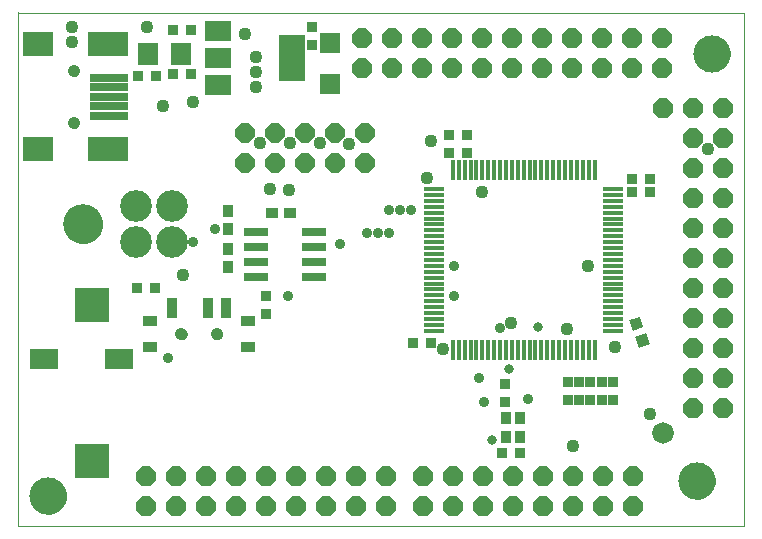
<source format=gts>
G75*
G70*
%OFA0B0*%
%FSLAX24Y24*%
%IPPOS*%
%LPD*%
%AMOC8*
5,1,8,0,0,1.08239X$1,22.5*
%
%ADD10C,0.0000*%
%ADD11C,0.1241*%
%ADD12R,0.0178X0.0690*%
%ADD13R,0.0690X0.0178*%
%ADD14R,0.0375X0.0375*%
%ADD15R,0.0375X0.0375*%
%ADD16R,0.0966X0.0690*%
%ADD17R,0.1044X0.0847*%
%ADD18R,0.1359X0.0847*%
%ADD19R,0.1280X0.0257*%
%ADD20C,0.0414*%
%ADD21R,0.1155X0.1155*%
%ADD22R,0.0850X0.0650*%
%ADD23R,0.0850X0.1560*%
%ADD24R,0.0840X0.0270*%
%ADD25C,0.1060*%
%ADD26C,0.1320*%
%ADD27OC8,0.0651*%
%ADD28OC8,0.0660*%
%ADD29R,0.0375X0.0414*%
%ADD30C,0.0720*%
%ADD31R,0.0651X0.0651*%
%ADD32R,0.0690X0.0769*%
%ADD33R,0.0454X0.0375*%
%ADD34R,0.0336X0.0651*%
%ADD35R,0.0414X0.0375*%
%ADD36C,0.0436*%
%ADD37C,0.0330*%
%ADD38C,0.0350*%
D10*
X000599Y000160D02*
X000599Y017278D01*
X000600Y017276D02*
X024780Y017276D01*
X024780Y000156D01*
X024779Y000160D02*
X000599Y000160D01*
X001008Y001160D02*
X001010Y001208D01*
X001016Y001256D01*
X001026Y001303D01*
X001039Y001349D01*
X001057Y001394D01*
X001077Y001438D01*
X001102Y001480D01*
X001130Y001519D01*
X001160Y001556D01*
X001194Y001590D01*
X001231Y001622D01*
X001269Y001651D01*
X001310Y001676D01*
X001353Y001698D01*
X001398Y001716D01*
X001444Y001730D01*
X001491Y001741D01*
X001539Y001748D01*
X001587Y001751D01*
X001635Y001750D01*
X001683Y001745D01*
X001731Y001736D01*
X001777Y001724D01*
X001822Y001707D01*
X001866Y001687D01*
X001908Y001664D01*
X001948Y001637D01*
X001986Y001607D01*
X002021Y001574D01*
X002053Y001538D01*
X002083Y001500D01*
X002109Y001459D01*
X002131Y001416D01*
X002151Y001372D01*
X002166Y001327D01*
X002178Y001280D01*
X002186Y001232D01*
X002190Y001184D01*
X002190Y001136D01*
X002186Y001088D01*
X002178Y001040D01*
X002166Y000993D01*
X002151Y000948D01*
X002131Y000904D01*
X002109Y000861D01*
X002083Y000820D01*
X002053Y000782D01*
X002021Y000746D01*
X001986Y000713D01*
X001948Y000683D01*
X001908Y000656D01*
X001866Y000633D01*
X001822Y000613D01*
X001777Y000596D01*
X001731Y000584D01*
X001683Y000575D01*
X001635Y000570D01*
X001587Y000569D01*
X001539Y000572D01*
X001491Y000579D01*
X001444Y000590D01*
X001398Y000604D01*
X001353Y000622D01*
X001310Y000644D01*
X001269Y000669D01*
X001231Y000698D01*
X001194Y000730D01*
X001160Y000764D01*
X001130Y000801D01*
X001102Y000840D01*
X001077Y000882D01*
X001057Y000926D01*
X001039Y000971D01*
X001026Y001017D01*
X001016Y001064D01*
X001010Y001112D01*
X001008Y001160D01*
X005861Y006558D02*
X005863Y006584D01*
X005869Y006610D01*
X005879Y006635D01*
X005892Y006658D01*
X005908Y006678D01*
X005928Y006696D01*
X005950Y006711D01*
X005973Y006723D01*
X005999Y006731D01*
X006025Y006735D01*
X006051Y006735D01*
X006077Y006731D01*
X006103Y006723D01*
X006127Y006711D01*
X006148Y006696D01*
X006168Y006678D01*
X006184Y006658D01*
X006197Y006635D01*
X006207Y006610D01*
X006213Y006584D01*
X006215Y006558D01*
X006213Y006532D01*
X006207Y006506D01*
X006197Y006481D01*
X006184Y006458D01*
X006168Y006438D01*
X006148Y006420D01*
X006126Y006405D01*
X006103Y006393D01*
X006077Y006385D01*
X006051Y006381D01*
X006025Y006381D01*
X005999Y006385D01*
X005973Y006393D01*
X005949Y006405D01*
X005928Y006420D01*
X005908Y006438D01*
X005892Y006458D01*
X005879Y006481D01*
X005869Y006506D01*
X005863Y006532D01*
X005861Y006558D01*
X007042Y006558D02*
X007044Y006584D01*
X007050Y006610D01*
X007060Y006635D01*
X007073Y006658D01*
X007089Y006678D01*
X007109Y006696D01*
X007131Y006711D01*
X007154Y006723D01*
X007180Y006731D01*
X007206Y006735D01*
X007232Y006735D01*
X007258Y006731D01*
X007284Y006723D01*
X007308Y006711D01*
X007329Y006696D01*
X007349Y006678D01*
X007365Y006658D01*
X007378Y006635D01*
X007388Y006610D01*
X007394Y006584D01*
X007396Y006558D01*
X007394Y006532D01*
X007388Y006506D01*
X007378Y006481D01*
X007365Y006458D01*
X007349Y006438D01*
X007329Y006420D01*
X007307Y006405D01*
X007284Y006393D01*
X007258Y006385D01*
X007232Y006381D01*
X007206Y006381D01*
X007180Y006385D01*
X007154Y006393D01*
X007130Y006405D01*
X007109Y006420D01*
X007089Y006438D01*
X007073Y006458D01*
X007060Y006481D01*
X007050Y006506D01*
X007044Y006532D01*
X007042Y006558D01*
X002135Y010223D02*
X002137Y010273D01*
X002143Y010323D01*
X002153Y010372D01*
X002167Y010420D01*
X002184Y010467D01*
X002205Y010512D01*
X002230Y010556D01*
X002258Y010597D01*
X002290Y010636D01*
X002324Y010673D01*
X002361Y010707D01*
X002401Y010737D01*
X002443Y010764D01*
X002487Y010788D01*
X002533Y010809D01*
X002580Y010825D01*
X002628Y010838D01*
X002678Y010847D01*
X002727Y010852D01*
X002778Y010853D01*
X002828Y010850D01*
X002877Y010843D01*
X002926Y010832D01*
X002974Y010817D01*
X003020Y010799D01*
X003065Y010777D01*
X003108Y010751D01*
X003149Y010722D01*
X003188Y010690D01*
X003224Y010655D01*
X003256Y010617D01*
X003286Y010577D01*
X003313Y010534D01*
X003336Y010490D01*
X003355Y010444D01*
X003371Y010396D01*
X003383Y010347D01*
X003391Y010298D01*
X003395Y010248D01*
X003395Y010198D01*
X003391Y010148D01*
X003383Y010099D01*
X003371Y010050D01*
X003355Y010002D01*
X003336Y009956D01*
X003313Y009912D01*
X003286Y009869D01*
X003256Y009829D01*
X003224Y009791D01*
X003188Y009756D01*
X003149Y009724D01*
X003108Y009695D01*
X003065Y009669D01*
X003020Y009647D01*
X002974Y009629D01*
X002926Y009614D01*
X002877Y009603D01*
X002828Y009596D01*
X002778Y009593D01*
X002727Y009594D01*
X002678Y009599D01*
X002628Y009608D01*
X002580Y009621D01*
X002533Y009637D01*
X002487Y009658D01*
X002443Y009682D01*
X002401Y009709D01*
X002361Y009739D01*
X002324Y009773D01*
X002290Y009810D01*
X002258Y009849D01*
X002230Y009890D01*
X002205Y009934D01*
X002184Y009979D01*
X002167Y010026D01*
X002153Y010074D01*
X002143Y010123D01*
X002137Y010173D01*
X002135Y010223D01*
X002273Y013602D02*
X002275Y013628D01*
X002281Y013654D01*
X002291Y013679D01*
X002304Y013702D01*
X002320Y013722D01*
X002340Y013740D01*
X002362Y013755D01*
X002385Y013767D01*
X002411Y013775D01*
X002437Y013779D01*
X002463Y013779D01*
X002489Y013775D01*
X002515Y013767D01*
X002539Y013755D01*
X002560Y013740D01*
X002580Y013722D01*
X002596Y013702D01*
X002609Y013679D01*
X002619Y013654D01*
X002625Y013628D01*
X002627Y013602D01*
X002625Y013576D01*
X002619Y013550D01*
X002609Y013525D01*
X002596Y013502D01*
X002580Y013482D01*
X002560Y013464D01*
X002538Y013449D01*
X002515Y013437D01*
X002489Y013429D01*
X002463Y013425D01*
X002437Y013425D01*
X002411Y013429D01*
X002385Y013437D01*
X002361Y013449D01*
X002340Y013464D01*
X002320Y013482D01*
X002304Y013502D01*
X002291Y013525D01*
X002281Y013550D01*
X002275Y013576D01*
X002273Y013602D01*
X002273Y015335D02*
X002275Y015361D01*
X002281Y015387D01*
X002291Y015412D01*
X002304Y015435D01*
X002320Y015455D01*
X002340Y015473D01*
X002362Y015488D01*
X002385Y015500D01*
X002411Y015508D01*
X002437Y015512D01*
X002463Y015512D01*
X002489Y015508D01*
X002515Y015500D01*
X002539Y015488D01*
X002560Y015473D01*
X002580Y015455D01*
X002596Y015435D01*
X002609Y015412D01*
X002619Y015387D01*
X002625Y015361D01*
X002627Y015335D01*
X002625Y015309D01*
X002619Y015283D01*
X002609Y015258D01*
X002596Y015235D01*
X002580Y015215D01*
X002560Y015197D01*
X002538Y015182D01*
X002515Y015170D01*
X002489Y015162D01*
X002463Y015158D01*
X002437Y015158D01*
X002411Y015162D01*
X002385Y015170D01*
X002361Y015182D01*
X002340Y015197D01*
X002320Y015215D01*
X002304Y015235D01*
X002291Y015258D01*
X002281Y015283D01*
X002275Y015309D01*
X002273Y015335D01*
X022633Y001660D02*
X022635Y001708D01*
X022641Y001756D01*
X022651Y001803D01*
X022664Y001849D01*
X022682Y001894D01*
X022702Y001938D01*
X022727Y001980D01*
X022755Y002019D01*
X022785Y002056D01*
X022819Y002090D01*
X022856Y002122D01*
X022894Y002151D01*
X022935Y002176D01*
X022978Y002198D01*
X023023Y002216D01*
X023069Y002230D01*
X023116Y002241D01*
X023164Y002248D01*
X023212Y002251D01*
X023260Y002250D01*
X023308Y002245D01*
X023356Y002236D01*
X023402Y002224D01*
X023447Y002207D01*
X023491Y002187D01*
X023533Y002164D01*
X023573Y002137D01*
X023611Y002107D01*
X023646Y002074D01*
X023678Y002038D01*
X023708Y002000D01*
X023734Y001959D01*
X023756Y001916D01*
X023776Y001872D01*
X023791Y001827D01*
X023803Y001780D01*
X023811Y001732D01*
X023815Y001684D01*
X023815Y001636D01*
X023811Y001588D01*
X023803Y001540D01*
X023791Y001493D01*
X023776Y001448D01*
X023756Y001404D01*
X023734Y001361D01*
X023708Y001320D01*
X023678Y001282D01*
X023646Y001246D01*
X023611Y001213D01*
X023573Y001183D01*
X023533Y001156D01*
X023491Y001133D01*
X023447Y001113D01*
X023402Y001096D01*
X023356Y001084D01*
X023308Y001075D01*
X023260Y001070D01*
X023212Y001069D01*
X023164Y001072D01*
X023116Y001079D01*
X023069Y001090D01*
X023023Y001104D01*
X022978Y001122D01*
X022935Y001144D01*
X022894Y001169D01*
X022856Y001198D01*
X022819Y001230D01*
X022785Y001264D01*
X022755Y001301D01*
X022727Y001340D01*
X022702Y001382D01*
X022682Y001426D01*
X022664Y001471D01*
X022651Y001517D01*
X022641Y001564D01*
X022635Y001612D01*
X022633Y001660D01*
X023133Y015910D02*
X023135Y015958D01*
X023141Y016006D01*
X023151Y016053D01*
X023164Y016099D01*
X023182Y016144D01*
X023202Y016188D01*
X023227Y016230D01*
X023255Y016269D01*
X023285Y016306D01*
X023319Y016340D01*
X023356Y016372D01*
X023394Y016401D01*
X023435Y016426D01*
X023478Y016448D01*
X023523Y016466D01*
X023569Y016480D01*
X023616Y016491D01*
X023664Y016498D01*
X023712Y016501D01*
X023760Y016500D01*
X023808Y016495D01*
X023856Y016486D01*
X023902Y016474D01*
X023947Y016457D01*
X023991Y016437D01*
X024033Y016414D01*
X024073Y016387D01*
X024111Y016357D01*
X024146Y016324D01*
X024178Y016288D01*
X024208Y016250D01*
X024234Y016209D01*
X024256Y016166D01*
X024276Y016122D01*
X024291Y016077D01*
X024303Y016030D01*
X024311Y015982D01*
X024315Y015934D01*
X024315Y015886D01*
X024311Y015838D01*
X024303Y015790D01*
X024291Y015743D01*
X024276Y015698D01*
X024256Y015654D01*
X024234Y015611D01*
X024208Y015570D01*
X024178Y015532D01*
X024146Y015496D01*
X024111Y015463D01*
X024073Y015433D01*
X024033Y015406D01*
X023991Y015383D01*
X023947Y015363D01*
X023902Y015346D01*
X023856Y015334D01*
X023808Y015325D01*
X023760Y015320D01*
X023712Y015319D01*
X023664Y015322D01*
X023616Y015329D01*
X023569Y015340D01*
X023523Y015354D01*
X023478Y015372D01*
X023435Y015394D01*
X023394Y015419D01*
X023356Y015448D01*
X023319Y015480D01*
X023285Y015514D01*
X023255Y015551D01*
X023227Y015590D01*
X023202Y015632D01*
X023182Y015676D01*
X023164Y015721D01*
X023151Y015767D01*
X023141Y015814D01*
X023135Y015862D01*
X023133Y015910D01*
D11*
X023724Y015910D03*
X023224Y001660D03*
X001599Y001160D03*
D12*
X015088Y006039D03*
X015285Y006039D03*
X015481Y006039D03*
X015678Y006039D03*
X015875Y006039D03*
X016072Y006039D03*
X016269Y006039D03*
X016466Y006039D03*
X016663Y006039D03*
X016859Y006039D03*
X017056Y006039D03*
X017253Y006039D03*
X017450Y006039D03*
X017647Y006039D03*
X017844Y006039D03*
X018041Y006039D03*
X018237Y006039D03*
X018434Y006039D03*
X018631Y006039D03*
X018828Y006039D03*
X019025Y006039D03*
X019222Y006039D03*
X019419Y006039D03*
X019615Y006039D03*
X019812Y006039D03*
X019812Y012023D03*
X019615Y012023D03*
X019419Y012023D03*
X019222Y012023D03*
X019025Y012023D03*
X018828Y012023D03*
X018631Y012023D03*
X018434Y012023D03*
X018237Y012023D03*
X018041Y012023D03*
X017844Y012023D03*
X017647Y012023D03*
X017450Y012023D03*
X017253Y012023D03*
X017056Y012023D03*
X016859Y012023D03*
X016663Y012023D03*
X016466Y012023D03*
X016269Y012023D03*
X016072Y012023D03*
X015875Y012023D03*
X015678Y012023D03*
X015481Y012023D03*
X015285Y012023D03*
X015088Y012023D03*
D13*
X014458Y011393D03*
X014458Y011196D03*
X014458Y011000D03*
X014458Y010803D03*
X014458Y010606D03*
X014458Y010409D03*
X014458Y010212D03*
X014458Y010015D03*
X014458Y009819D03*
X014458Y009622D03*
X014458Y009425D03*
X014458Y009228D03*
X014458Y009031D03*
X014458Y008834D03*
X014458Y008637D03*
X014458Y008441D03*
X014458Y008244D03*
X014458Y008047D03*
X014458Y007850D03*
X014458Y007653D03*
X014458Y007456D03*
X014458Y007259D03*
X014458Y007063D03*
X014458Y006866D03*
X014458Y006669D03*
X020442Y006669D03*
X020442Y006866D03*
X020442Y007063D03*
X020442Y007259D03*
X020442Y007456D03*
X020442Y007653D03*
X020442Y007850D03*
X020442Y008047D03*
X020442Y008244D03*
X020442Y008441D03*
X020442Y008637D03*
X020442Y008834D03*
X020442Y009031D03*
X020442Y009228D03*
X020442Y009425D03*
X020442Y009622D03*
X020442Y009819D03*
X020442Y010015D03*
X020442Y010212D03*
X020442Y010409D03*
X020442Y010606D03*
X020442Y010803D03*
X020442Y011000D03*
X020442Y011196D03*
X020442Y011393D03*
D14*
X021063Y011294D03*
X021663Y011294D03*
X021667Y011719D03*
X021067Y011719D03*
X015575Y012597D03*
X014975Y012595D03*
X014975Y013195D03*
X015575Y013197D03*
X010406Y016180D03*
X010406Y016780D03*
X006366Y016698D03*
X005766Y016698D03*
X005753Y015223D03*
X006353Y015223D03*
X005195Y015159D03*
X004595Y015159D03*
X004574Y008081D03*
X005174Y008081D03*
X008876Y007833D03*
X008876Y007233D03*
X013757Y006257D03*
X014357Y006257D03*
X016812Y004879D03*
X016812Y004279D03*
X018915Y004377D03*
X019291Y004377D03*
X019672Y004377D03*
X020048Y004377D03*
X020424Y004377D03*
X020424Y004977D03*
X020048Y004977D03*
X019672Y004977D03*
X019291Y004977D03*
X018915Y004977D03*
X017334Y002598D03*
X016734Y002598D03*
D15*
G36*
X021295Y006102D02*
X021167Y006452D01*
X021517Y006580D01*
X021645Y006230D01*
X021295Y006102D01*
G37*
G36*
X021090Y006666D02*
X020962Y007016D01*
X021312Y007144D01*
X021440Y006794D01*
X021090Y006666D01*
G37*
D16*
X003953Y005744D03*
X001472Y005744D03*
D17*
X001269Y012717D03*
X001269Y016221D03*
D18*
X003592Y016221D03*
X003592Y012717D03*
D19*
X003631Y013839D03*
X003631Y014154D03*
X003631Y014469D03*
X003631Y014784D03*
X003631Y015099D03*
D20*
X002450Y015335D03*
X002450Y013602D03*
X006038Y006558D03*
X007219Y006558D03*
D21*
X003074Y007535D03*
X003074Y002335D03*
D22*
X007260Y014859D03*
X007260Y015759D03*
X007260Y016659D03*
D23*
X009740Y015769D03*
D24*
X010458Y009969D03*
X010458Y009469D03*
X010458Y008969D03*
X010458Y008469D03*
X008518Y008469D03*
X008518Y008969D03*
X008518Y009469D03*
X008518Y009969D03*
D25*
X005718Y009633D03*
X004536Y009633D03*
X004536Y010814D03*
X005718Y010814D03*
D26*
X002765Y010223D03*
D27*
X008150Y012256D03*
X009150Y012256D03*
X010150Y012256D03*
X011150Y012256D03*
X012150Y012256D03*
X012150Y013256D03*
X011150Y013256D03*
X010150Y013256D03*
X009150Y013256D03*
X008150Y013256D03*
D28*
X012050Y015444D03*
X013050Y015444D03*
X014050Y015444D03*
X015050Y015444D03*
X016050Y015444D03*
X017050Y015444D03*
X018050Y015444D03*
X019050Y015444D03*
X020050Y015444D03*
X021050Y015444D03*
X022050Y015444D03*
X022050Y016444D03*
X021050Y016444D03*
X020050Y016444D03*
X019050Y016444D03*
X018050Y016444D03*
X017050Y016444D03*
X016050Y016444D03*
X015050Y016444D03*
X014050Y016444D03*
X013050Y016444D03*
X012050Y016444D03*
X022101Y014110D03*
X023100Y014106D03*
X024100Y014106D03*
X024100Y013106D03*
X023100Y013106D03*
X023100Y012106D03*
X024100Y012106D03*
X024100Y011106D03*
X023100Y011106D03*
X023100Y010106D03*
X024100Y010106D03*
X024100Y009106D03*
X023100Y009106D03*
X023100Y008106D03*
X024100Y008106D03*
X024100Y007106D03*
X023100Y007106D03*
X023100Y006106D03*
X024100Y006106D03*
X024100Y005106D03*
X023100Y005106D03*
X023100Y004106D03*
X024100Y004106D03*
X021100Y001831D03*
X020100Y001831D03*
X019100Y001831D03*
X018100Y001831D03*
X017100Y001831D03*
X016100Y001831D03*
X015100Y001831D03*
X014100Y001831D03*
X012850Y001831D03*
X011850Y001831D03*
X010850Y001831D03*
X009850Y001831D03*
X008850Y001831D03*
X007850Y001831D03*
X006850Y001831D03*
X005850Y001831D03*
X004850Y001831D03*
X004850Y000831D03*
X005850Y000831D03*
X006850Y000831D03*
X007850Y000831D03*
X008850Y000831D03*
X009850Y000831D03*
X010850Y000831D03*
X011850Y000831D03*
X012850Y000831D03*
X014100Y000831D03*
X015100Y000831D03*
X016100Y000831D03*
X017100Y000831D03*
X018100Y000831D03*
X019100Y000831D03*
X020100Y000831D03*
X021100Y000831D03*
D29*
X017337Y003126D03*
X016845Y003126D03*
X016845Y003776D03*
X017337Y003776D03*
X007599Y008810D03*
X007599Y009410D03*
X007599Y010060D03*
X007599Y010660D03*
D30*
X022104Y003273D03*
D31*
X011000Y014892D03*
X011000Y016270D03*
D32*
X006016Y015904D03*
X004914Y015904D03*
D33*
X004994Y006991D03*
X004994Y006125D03*
X008262Y006125D03*
X008262Y006991D03*
D34*
X007514Y007444D03*
X006923Y007444D03*
X005742Y007444D03*
D35*
X009062Y010610D03*
X009662Y010610D03*
D36*
X009613Y011356D03*
X009000Y011406D03*
X008650Y012922D03*
X009650Y012922D03*
X010650Y012922D03*
X011638Y012909D03*
X014238Y011756D03*
X014350Y012985D03*
X016050Y011281D03*
X019590Y008832D03*
X017038Y006919D03*
X018900Y006744D03*
X020499Y006115D03*
X021659Y003901D03*
X019100Y002815D03*
X014770Y006069D03*
X006109Y008526D03*
X005425Y014156D03*
X006415Y014306D03*
X008525Y014797D03*
X008525Y015297D03*
X008525Y015797D03*
X008150Y016547D03*
X004900Y016797D03*
X002400Y016797D03*
X002400Y016297D03*
X023610Y012724D03*
D37*
X017912Y006799D03*
X016945Y005388D03*
X016379Y003042D03*
D38*
X016125Y004309D03*
X015950Y005094D03*
X017578Y004384D03*
X016663Y006747D03*
X015144Y007842D03*
X015119Y008842D03*
X012963Y009944D03*
X012588Y009944D03*
X012213Y009944D03*
X011337Y009573D03*
X012950Y010681D03*
X013325Y010681D03*
X013700Y010681D03*
X009606Y007843D03*
X007174Y010060D03*
X006424Y009635D03*
X005600Y005756D03*
M02*

</source>
